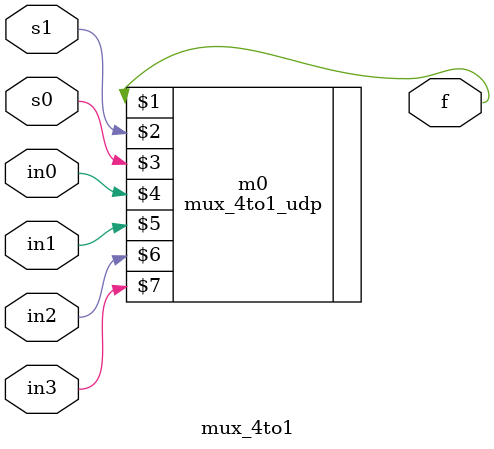
<source format=v>
`include "mux_4to1_udp.v"
module mux_4to1 (output wire f,
                input wire s1, s0, in0, in1, in2, in3
    
);

mux_4to1_udp m0(f, s1, s0, in0, in1, in2, in3);

endmodule //mux_4to1
</source>
